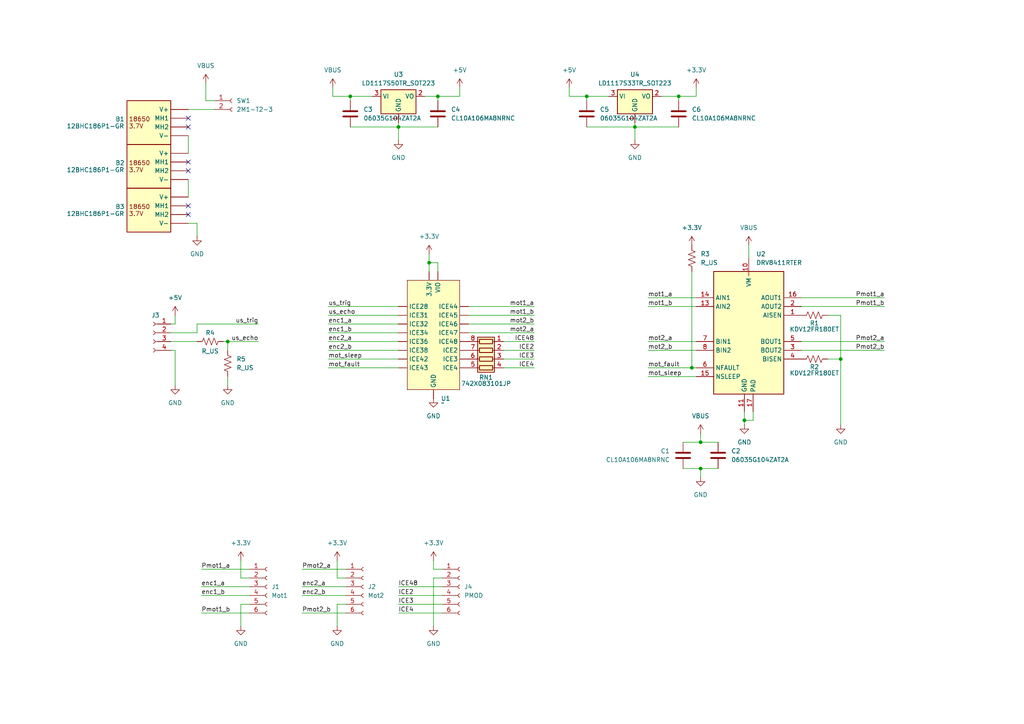
<source format=kicad_sch>
(kicad_sch (version 20250114) (generator "eeschema") (generator_version "9.0")
  (paper "A4")
  (title_block (title "Pice ICE Bot") (company "Fred Corp."))
  (lib_symbols
    (symbol "Batteries:12BHC186P1-GR" (pin_numbers (hide yes))
      (property "Reference" "B" (at -5.588 9.652 0))
      (property "Value" "12BHC186P1-GR" (at -5.588 7.112 0))
      (symbol "12BHC186P1-GR_1_1"
        (rectangle (start -5.08 5.08) (end 7.62 -7.62) (stroke (width 0.254)) (fill (type background)))
        (text "18650\n3.7V" (at 7.112 -1.27 0) (effects (font (size 1.27 1.27)) (justify right)))
        (pin passive line (at -10.16 2.54 0) (length 5.08) (name "V+") (number "1"))
        (pin passive line (at -10.16 0 0) (length 5.08) (name "MH1") (number "MH1"))
        (pin passive line (at -10.16 -2.54 0) (length 5.08) (name "MH2") (number "MH2"))
        (pin passive line (at -10.16 -5.08 0) (length 5.08) (name "V-") (number "2"))
      )
    )
    (symbol "Connector:Conn_01x02_Socket" (pin_names (offset 1.016) (hide yes))
      (property "Reference" "J" (at 0 2.54 0))
      (property "Value" "Conn_01x02_Socket" (at 0 -5.08 0))
      (symbol "Conn_01x02_Socket_1_1"
        (polyline (pts (xy -1.27 0) (xy -0.508 0)) (stroke (width 0.1524)))
        (polyline (pts (xy -1.27 -2.54) (xy -0.508 -2.54)) (stroke (width 0.1524)))
        (arc (start 0 -0.508) (mid -0.5058 0) (end 0 0.508) (stroke (width 0.1524)))
        (arc (start 0 -3.048) (mid -0.5058 -2.54) (end 0 -2.032) (stroke (width 0.1524)))
        (pin passive line (at -5.08 0 0) (length 3.81) (name "Pin_1") (number "1"))
        (pin passive line (at -5.08 -2.54 0) (length 3.81) (name "Pin_2") (number "2"))
      )
    )
    (symbol "Connector:Conn_01x04_Socket" (pin_names (offset 1.016) (hide yes))
      (property "Reference" "J" (at 0 5.08 0))
      (property "Value" "Conn_01x04_Socket" (at 0 -7.62 0))
      (symbol "Conn_01x04_Socket_1_1"
        (polyline (pts (xy -1.27 2.54) (xy -0.508 2.54)) (stroke (width 0.1524)))
        (polyline (pts (xy -1.27 0) (xy -0.508 0)) (stroke (width 0.1524)))
        (polyline (pts (xy -1.27 -2.54) (xy -0.508 -2.54)) (stroke (width 0.1524)))
        (polyline (pts (xy -1.27 -5.08) (xy -0.508 -5.08)) (stroke (width 0.1524)))
        (arc (start 0 2.032) (mid -0.5058 2.54) (end 0 3.048) (stroke (width 0.1524)))
        (arc (start 0 -0.508) (mid -0.5058 0) (end 0 0.508) (stroke (width 0.1524)))
        (arc (start 0 -3.048) (mid -0.5058 -2.54) (end 0 -2.032) (stroke (width 0.1524)))
        (arc (start 0 -5.588) (mid -0.5058 -5.08) (end 0 -4.572) (stroke (width 0.1524)))
        (pin passive line (at -5.08 2.54 0) (length 3.81) (name "Pin_1") (number "1"))
        (pin passive line (at -5.08 0 0) (length 3.81) (name "Pin_2") (number "2"))
        (pin passive line (at -5.08 -2.54 0) (length 3.81) (name "Pin_3") (number "3"))
        (pin passive line (at -5.08 -5.08 0) (length 3.81) (name "Pin_4") (number "4"))
      )
    )
    (symbol "Connector:Conn_01x06_Socket" (pin_names (offset 1.016) (hide yes))
      (property "Reference" "J" (at 0 7.62 0))
      (property "Value" "Conn_01x06_Socket" (at 0 -10.16 0))
      (symbol "Conn_01x06_Socket_1_1"
        (polyline (pts (xy -1.27 5.08) (xy -0.508 5.08)) (stroke (width 0.1524)))
        (polyline (pts (xy -1.27 2.54) (xy -0.508 2.54)) (stroke (width 0.1524)))
        (polyline (pts (xy -1.27 0) (xy -0.508 0)) (stroke (width 0.1524)))
        (polyline (pts (xy -1.27 -2.54) (xy -0.508 -2.54)) (stroke (width 0.1524)))
        (polyline (pts (xy -1.27 -5.08) (xy -0.508 -5.08)) (stroke (width 0.1524)))
        (polyline (pts (xy -1.27 -7.62) (xy -0.508 -7.62)) (stroke (width 0.1524)))
        (arc (start 0 4.572) (mid -0.5058 5.08) (end 0 5.588) (stroke (width 0.1524)))
        (arc (start 0 2.032) (mid -0.5058 2.54) (end 0 3.048) (stroke (width 0.1524)))
        (arc (start 0 -0.508) (mid -0.5058 0) (end 0 0.508) (stroke (width 0.1524)))
        (arc (start 0 -3.048) (mid -0.5058 -2.54) (end 0 -2.032) (stroke (width 0.1524)))
        (arc (start 0 -5.588) (mid -0.5058 -5.08) (end 0 -4.572) (stroke (width 0.1524)))
        (arc (start 0 -8.128) (mid -0.5058 -7.62) (end 0 -7.112) (stroke (width 0.1524)))
        (pin passive line (at -5.08 5.08 0) (length 3.81) (name "Pin_1") (number "1"))
        (pin passive line (at -5.08 2.54 0) (length 3.81) (name "Pin_2") (number "2"))
        (pin passive line (at -5.08 0 0) (length 3.81) (name "Pin_3") (number "3"))
        (pin passive line (at -5.08 -2.54 0) (length 3.81) (name "Pin_4") (number "4"))
        (pin passive line (at -5.08 -5.08 0) (length 3.81) (name "Pin_5") (number "5"))
        (pin passive line (at -5.08 -7.62 0) (length 3.81) (name "Pin_6") (number "6"))
      )
    )
    (symbol "DRV8411:DRV8411RTER"
      (property "Reference" "U" (at 11.43 22.86 0))
      (property "Value" "DRV8411RTER" (at 11.43 20.32 0))
      (symbol "DRV8411RTER_1_1"
        (rectangle (start -10.16 17.78) (end 10.16 -17.78) (stroke (width 0.254)) (fill (type background)))
        (pin passive line (at -15.24 10.16 0) (length 5.08) (name "AIN1") (number "14"))
        (pin passive line (at -15.24 7.62 0) (length 5.08) (name "AIN2") (number "13"))
        (pin passive line (at -15.24 -2.54 0) (length 5.08) (name "BIN1") (number "7"))
        (pin passive line (at -15.24 -5.08 0) (length 5.08) (name "BIN2") (number "8"))
        (pin passive line (at -15.24 -10.16 0) (length 5.08) (name "NFAULT") (number "6"))
        (pin passive line (at -15.24 -12.7 0) (length 5.08) (name "NSLEEP") (number "15"))
        (pin no_connect line (at -15.24 -16.51 0) (length 5.08) (hide yes) (name "NC_1") (number "9"))
        (pin passive line (at -1.27 -22.86 90) (length 5.08) (name "GND") (number "11"))
        (pin passive line (at 0 21.59 270) (length 5.08) (name "VM") (number "10"))
        (pin passive line (at 1.27 -22.86 90) (length 5.08) (name "PAD") (number "17"))
        (pin passive line (at 15.24 10.16 180) (length 5.08) (name "AOUT1") (number "16"))
        (pin passive line (at 15.24 7.62 180) (length 5.08) (name "AOUT2") (number "2"))
        (pin passive line (at 15.24 5.08 180) (length 5.08) (name "AISEN") (number "1"))
        (pin passive line (at 15.24 -2.54 180) (length 5.08) (name "BOUT1") (number "5"))
        (pin passive line (at 15.24 -5.08 180) (length 5.08) (name "BOUT2") (number "3"))
        (pin passive line (at 15.24 -7.62 180) (length 5.08) (name "BISEN") (number "4"))
        (pin no_connect line (at 15.24 -16.51 180) (length 5.08) (hide yes) (name "NC_2") (number "12"))
      )
    )
    (symbol "Device:C" (pin_numbers (hide yes)) (pin_names (offset 0.254))
      (property "Reference" "C" (at 0.635 2.54 0))
      (property "Value" "C" (at 0.635 -2.54 0))
      (symbol "C_0_1"
        (polyline (pts (xy -2.032 0.762) (xy 2.032 0.762)) (stroke (width 0.508)))
        (polyline (pts (xy -2.032 -0.762) (xy 2.032 -0.762)) (stroke (width 0.508)))
      )
      (symbol "C_1_1"
        (pin passive line (at 0 3.81 270) (length 2.794) (name "~") (number "1"))
        (pin passive line (at 0 -3.81 90) (length 2.794) (name "~") (number "2"))
      )
    )
    (symbol "Device:R_Pack04" (pin_names (offset 0) (hide yes))
      (property "Reference" "RN" (at -7.62 0 90))
      (property "Value" "R_Pack04" (at 5.08 0 90))
      (symbol "R_Pack04_0_1"
        (rectangle (start -6.35 -2.413) (end 3.81 2.413) (stroke (width 0.254)) (fill (type background)))
        (rectangle (start -5.715 1.905) (end -4.445 -1.905) (stroke (width 0.254)))
        (polyline (pts (xy -5.08 1.905) (xy -5.08 2.54)))
        (polyline (pts (xy -5.08 -2.54) (xy -5.08 -1.905)))
        (rectangle (start -3.175 1.905) (end -1.905 -1.905) (stroke (width 0.254)))
        (polyline (pts (xy -2.54 1.905) (xy -2.54 2.54)))
        (polyline (pts (xy -2.54 -2.54) (xy -2.54 -1.905)))
        (rectangle (start -0.635 1.905) (end 0.635 -1.905) (stroke (width 0.254)))
        (polyline (pts (xy 0 1.905) (xy 0 2.54)))
        (polyline (pts (xy 0 -2.54) (xy 0 -1.905)))
        (rectangle (start 1.905 1.905) (end 3.175 -1.905) (stroke (width 0.254)))
        (polyline (pts (xy 2.54 1.905) (xy 2.54 2.54)))
        (polyline (pts (xy 2.54 -2.54) (xy 2.54 -1.905)))
      )
      (symbol "R_Pack04_1_1"
        (pin passive line (at -5.08 5.08 270) (length 2.54) (name "R1.2") (number "8"))
        (pin passive line (at -5.08 -5.08 90) (length 2.54) (name "R1.1") (number "1"))
        (pin passive line (at -2.54 5.08 270) (length 2.54) (name "R2.2") (number "7"))
        (pin passive line (at -2.54 -5.08 90) (length 2.54) (name "R2.1") (number "2"))
        (pin passive line (at 0 5.08 270) (length 2.54) (name "R3.2") (number "6"))
        (pin passive line (at 0 -5.08 90) (length 2.54) (name "R3.1") (number "3"))
        (pin passive line (at 2.54 5.08 270) (length 2.54) (name "R4.2") (number "5"))
        (pin passive line (at 2.54 -5.08 90) (length 2.54) (name "R4.1") (number "4"))
      )
    )
    (symbol "Device:R_US" (pin_numbers (hide yes)) (pin_names (offset 0))
      (property "Reference" "R" (at 2.54 0 90))
      (property "Value" "R_US" (at -2.54 0 90))
      (symbol "R_US_0_1"
        (polyline (pts (xy 0 2.286) (xy 0 2.54)))
        (polyline (pts (xy 0 2.286) (xy 1.016 1.905) (xy 0 1.524) (xy -1.016 1.143) (xy 0 0.762)))
        (polyline (pts (xy 0 0.762) (xy 1.016 0.381) (xy 0 0) (xy -1.016 -0.381) (xy 0 -0.762)))
        (polyline (pts (xy 0 -0.762) (xy 1.016 -1.143) (xy 0 -1.524) (xy -1.016 -1.905) (xy 0 -2.286)))
        (polyline (pts (xy 0 -2.286) (xy 0 -2.54)))
      )
      (symbol "R_US_1_1"
        (pin passive line (at 0 3.81 270) (length 1.27) (name "~") (number "1"))
        (pin passive line (at 0 -3.81 90) (length 1.27) (name "~") (number "2"))
      )
    )
    (symbol "Regulator_Linear:LD1117S33TR_SOT223"
      (property "Reference" "U" (at -3.81 3.175 0))
      (property "Value" "LD1117S33TR_SOT223" (at 0 3.175 0))
      (symbol "LD1117S33TR_SOT223_0_1"
        (rectangle (start -5.08 -5.08) (end 5.08 1.905) (stroke (width 0.254)) (fill (type background)))
      )
      (symbol "LD1117S33TR_SOT223_1_1"
        (pin power_in line (at -7.62 0 0) (length 2.54) (name "VI") (number "3"))
        (pin power_in line (at 0 -7.62 90) (length 2.54) (name "GND") (number "1"))
        (pin power_out line (at 7.62 0 180) (length 2.54) (name "VO") (number "2"))
      )
    )
    (symbol "Regulator_Linear:LD1117S50TR_SOT223"
      (property "Reference" "U" (at -3.81 3.175 0))
      (property "Value" "LD1117S50TR_SOT223" (at 0 3.175 0))
      (symbol "LD1117S50TR_SOT223_0_1"
        (rectangle (start -5.08 -5.08) (end 5.08 1.905) (stroke (width 0.254)) (fill (type background)))
      )
      (symbol "LD1117S50TR_SOT223_1_1"
        (pin power_in line (at -7.62 0 0) (length 2.54) (name "VI") (number "3"))
        (pin power_in line (at 0 -7.62 90) (length 2.54) (name "GND") (number "1"))
        (pin power_out line (at 7.62 0 180) (length 2.54) (name "VO") (number "2"))
      )
    )
    (symbol "pico_ice_pmod:Dual_FPGA_PMOD" (pin_numbers (hide yes))
      (property "Reference" "U" (at 6.096 17.78 0))
      (symbol "Dual_FPGA_PMOD_1_0"
        (pin bidirectional line (at -10.16 8.89 0) (length 2.54) (name "ICE28") (number "5"))
        (pin bidirectional line (at -10.16 6.35 0) (length 2.54) (name "ICE31") (number "6"))
        (pin bidirectional line (at -10.16 3.81 0) (length 2.54) (name "ICE32") (number "7"))
        (pin bidirectional line (at -10.16 1.27 0) (length 2.54) (name "ICE34") (number "8"))
        (pin bidirectional line (at -10.16 -1.27 0) (length 2.54) (name "ICE36") (number "9"))
        (pin bidirectional line (at -10.16 -3.81 0) (length 2.54) (name "ICE38") (number "10"))
        (pin bidirectional line (at -10.16 -6.35 0) (length 2.54) (name "ICE42") (number "11"))
        (pin bidirectional line (at -10.16 -8.89 0) (length 2.54) (name "ICE43") (number "12"))
        (pin input line (at 0 -17.78 90) (length 2.54) (hide yes) (name "GND") (number "16"))
        (pin bidirectional line (at 10.16 8.89 180) (length 2.54) (name "ICE44") (number "17"))
        (pin bidirectional line (at 10.16 6.35 180) (length 2.54) (name "ICE45") (number "18"))
        (pin bidirectional line (at 10.16 3.81 180) (length 2.54) (name "ICE46") (number "19"))
        (pin bidirectional line (at 10.16 1.27 180) (length 2.54) (name "ICE47") (number "20"))
        (pin bidirectional line (at 10.16 -1.27 180) (length 2.54) (name "ICE48") (number "21"))
        (pin bidirectional line (at 10.16 -3.81 180) (length 2.54) (name "ICE2") (number "22"))
        (pin bidirectional line (at 10.16 -6.35 180) (length 2.54) (name "ICE3") (number "23"))
        (pin bidirectional line (at 10.16 -8.89 180) (length 2.54) (name "ICE4") (number "24"))
      )
      (symbol "Dual_FPGA_PMOD_1_1"
        (rectangle (start -7.62 16.51) (end 7.62 -15.24) (fill (type background)))
        (pin input line (at -1.27 19.05 270) (length 2.54) (name "3.3V") (number "1"))
        (pin input line (at -1.27 19.05 270) (length 2.54) (hide yes) (name "3.3V") (number "2"))
        (pin input line (at 0 -17.78 90) (length 2.54) (hide yes) (name "GND") (number "15"))
        (pin input line (at 0 -17.78 90) (length 2.54) (name "GND") (number "3"))
        (pin input line (at 0 -17.78 90) (length 2.54) (hide yes) (name "GND") (number "4"))
        (pin input line (at 1.27 19.05 270) (length 2.54) (name "VIO") (number "13"))
        (pin input line (at 1.27 19.05 270) (length 2.54) (hide yes) (name "VIO") (number "14"))
      )
    )
    (symbol "power:+3.3V" (power) (pin_numbers (hide yes)) (pin_names (offset 0) (hide yes))
      (property "Value" "+3.3V" (at 0 3.556 0))
      (symbol "+3.3V_0_1"
        (polyline (pts (xy -0.762 1.27) (xy 0 2.54)))
        (polyline (pts (xy 0 2.54) (xy 0.762 1.27)))
        (polyline (pts (xy 0 0) (xy 0 2.54)))
      )
      (symbol "+3.3V_1_1"
        (pin power_in line (at 0 0 90) (length 0) (name "~") (number "1"))
      )
    )
    (symbol "power:+5V" (power) (pin_numbers (hide yes)) (pin_names (offset 0) (hide yes))
      (property "Value" "+5V" (at 0 3.556 0))
      (symbol "+5V_0_1"
        (polyline (pts (xy -0.762 1.27) (xy 0 2.54)))
        (polyline (pts (xy 0 2.54) (xy 0.762 1.27)))
        (polyline (pts (xy 0 0) (xy 0 2.54)))
      )
      (symbol "+5V_1_1"
        (pin power_in line (at 0 0 90) (length 0) (name "~") (number "1"))
      )
    )
    (symbol "power:GND" (power) (pin_numbers (hide yes)) (pin_names (offset 0) (hide yes))
      (property "Value" "GND" (at 0 -3.81 0))
      (symbol "GND_0_1"
        (polyline (pts (xy 0 0) (xy 0 -1.27) (xy 1.27 -1.27) (xy 0 -2.54) (xy -1.27 -1.27) (xy 0 -1.27)))
      )
      (symbol "GND_1_1"
        (pin power_in line (at 0 0 270) (length 0) (name "~") (number "1"))
      )
    )
    (symbol "power:VBUS" (power) (pin_numbers (hide yes)) (pin_names (offset 0) (hide yes))
      (property "Value" "VBUS" (at 0 3.556 0))
      (symbol "VBUS_0_1"
        (polyline (pts (xy -0.762 1.27) (xy 0 2.54)))
        (polyline (pts (xy 0 2.54) (xy 0.762 1.27)))
        (polyline (pts (xy 0 0) (xy 0 2.54)))
      )
      (symbol "VBUS_1_1"
        (pin power_in line (at 0 0 90) (length 0) (name "~") (number "1"))
      )
    )
  )
  (junction (at 101.6 27.94))
  (junction (at 203.2 128.27))
  (junction (at 215.9 121.92))
  (junction (at 196.85 27.94))
  (junction (at 127 27.94))
  (junction (at 243.84 104.14))
  (junction (at 66.04 99.06))
  (junction (at 170.18 27.94))
  (junction (at 115.57 36.83))
  (junction (at 200.66 106.68))
  (junction (at 124.46 76.2))
  (junction (at 203.2 135.89))
  (junction (at 184.15 36.83))
  (no_connect (at 54.61 49.53))
  (no_connect (at 54.61 36.83))
  (no_connect (at 54.61 46.99))
  (no_connect (at 54.61 34.29))
  (no_connect (at 54.61 62.23))
  (no_connect (at 54.61 59.69))
  (wire (pts (xy 184.15 36.83) (xy 196.85 36.83)))
  (wire (pts (xy 128.27 172.72) (xy 115.57 172.72)))
  (wire (pts (xy 127 78.74) (xy 127 76.2)))
  (wire (pts (xy 50.8 101.6) (xy 50.8 111.76)))
  (wire (pts (xy 97.79 162.56) (xy 97.79 167.64)))
  (wire (pts (xy 135.89 88.9) (xy 154.94 88.9)))
  (wire (pts (xy 101.6 36.83) (xy 115.57 36.83)))
  (wire (pts (xy 128.27 175.26) (xy 115.57 175.26)))
  (wire (pts (xy 135.89 96.52) (xy 154.94 96.52)))
  (wire (pts (xy 232.41 101.6) (xy 256.54 101.6)))
  (wire (pts (xy 58.42 170.18) (xy 72.39 170.18)))
  (wire (pts (xy 187.96 88.9) (xy 201.93 88.9)))
  (wire (pts (xy 100.33 177.8) (xy 87.63 177.8)))
  (wire (pts (xy 133.35 25.4) (xy 133.35 27.94)))
  (wire (pts (xy 170.18 36.83) (xy 184.15 36.83)))
  (wire (pts (xy 187.96 86.36) (xy 201.93 86.36)))
  (wire (pts (xy 187.96 101.6) (xy 201.93 101.6)))
  (wire (pts (xy 95.25 91.44) (xy 115.57 91.44)))
  (wire (pts (xy 54.61 64.77) (xy 57.15 64.77)))
  (wire (pts (xy 170.18 29.21) (xy 170.18 27.94)))
  (wire (pts (xy 115.57 35.56) (xy 115.57 36.83)))
  (wire (pts (xy 100.33 165.1) (xy 87.63 165.1)))
  (wire (pts (xy 243.84 104.14) (xy 243.84 123.19)))
  (wire (pts (xy 59.69 29.21) (xy 62.23 29.21)))
  (wire (pts (xy 101.6 27.94) (xy 107.95 27.94)))
  (wire (pts (xy 72.39 165.1) (xy 58.42 165.1)))
  (wire (pts (xy 127 76.2) (xy 124.46 76.2)))
  (wire (pts (xy 101.6 29.21) (xy 101.6 27.94)))
  (wire (pts (xy 198.12 128.27) (xy 203.2 128.27)))
  (wire (pts (xy 243.84 91.44) (xy 243.84 104.14)))
  (wire (pts (xy 128.27 177.8) (xy 115.57 177.8)))
  (wire (pts (xy 59.69 24.13) (xy 59.69 29.21)))
  (wire (pts (xy 146.05 106.68) (xy 154.94 106.68)))
  (wire (pts (xy 215.9 121.92) (xy 215.9 119.38)))
  (wire (pts (xy 54.61 39.37) (xy 54.61 44.45)))
  (wire (pts (xy 95.25 106.68) (xy 115.57 106.68)))
  (wire (pts (xy 95.25 99.06) (xy 115.57 99.06)))
  (wire (pts (xy 50.8 91.44) (xy 50.8 93.98)))
  (wire (pts (xy 69.85 162.56) (xy 69.85 167.64)))
  (wire (pts (xy 184.15 35.56) (xy 184.15 36.83)))
  (wire (pts (xy 72.39 177.8) (xy 58.42 177.8)))
  (wire (pts (xy 203.2 135.89) (xy 203.2 138.43)))
  (wire (pts (xy 232.41 88.9) (xy 256.54 88.9)))
  (wire (pts (xy 217.17 71.12) (xy 217.17 74.93)))
  (wire (pts (xy 49.53 99.06) (xy 57.15 99.06)))
  (wire (pts (xy 58.42 172.72) (xy 72.39 172.72)))
  (wire (pts (xy 66.04 109.22) (xy 66.04 111.76)))
  (wire (pts (xy 87.63 172.72) (xy 100.33 172.72)))
  (wire (pts (xy 128.27 165.1) (xy 125.73 165.1)))
  (wire (pts (xy 87.63 170.18) (xy 100.33 170.18)))
  (wire (pts (xy 124.46 76.2) (xy 124.46 78.74)))
  (wire (pts (xy 146.05 99.06) (xy 154.94 99.06)))
  (wire (pts (xy 165.1 27.94) (xy 170.18 27.94)))
  (wire (pts (xy 135.89 91.44) (xy 154.94 91.44)))
  (wire (pts (xy 125.73 167.64) (xy 125.73 181.61)))
  (wire (pts (xy 200.66 106.68) (xy 201.93 106.68)))
  (wire (pts (xy 170.18 27.94) (xy 176.53 27.94)))
  (wire (pts (xy 125.73 165.1) (xy 125.73 162.56)))
  (wire (pts (xy 124.46 73.66) (xy 124.46 76.2)))
  (wire (pts (xy 198.12 135.89) (xy 203.2 135.89)))
  (wire (pts (xy 54.61 52.07) (xy 54.61 57.15)))
  (wire (pts (xy 128.27 170.18) (xy 115.57 170.18)))
  (wire (pts (xy 232.41 86.36) (xy 256.54 86.36)))
  (wire (pts (xy 57.15 93.98) (xy 57.15 96.52)))
  (wire (pts (xy 54.61 31.75) (xy 62.23 31.75)))
  (wire (pts (xy 191.77 27.94) (xy 196.85 27.94)))
  (wire (pts (xy 128.27 167.64) (xy 125.73 167.64)))
  (wire (pts (xy 95.25 101.6) (xy 115.57 101.6)))
  (wire (pts (xy 187.96 109.22) (xy 201.93 109.22)))
  (wire (pts (xy 218.44 121.92) (xy 215.9 121.92)))
  (wire (pts (xy 196.85 27.94) (xy 196.85 29.21)))
  (wire (pts (xy 64.77 99.06) (xy 66.04 99.06)))
  (wire (pts (xy 97.79 175.26) (xy 97.79 181.61)))
  (wire (pts (xy 203.2 135.89) (xy 208.28 135.89)))
  (wire (pts (xy 96.52 27.94) (xy 101.6 27.94)))
  (wire (pts (xy 95.25 104.14) (xy 115.57 104.14)))
  (wire (pts (xy 96.52 25.4) (xy 96.52 27.94)))
  (wire (pts (xy 95.25 93.98) (xy 115.57 93.98)))
  (wire (pts (xy 95.25 88.9) (xy 115.57 88.9)))
  (wire (pts (xy 203.2 125.73) (xy 203.2 128.27)))
  (wire (pts (xy 240.03 104.14) (xy 243.84 104.14)))
  (wire (pts (xy 135.89 93.98) (xy 154.94 93.98)))
  (wire (pts (xy 203.2 128.27) (xy 208.28 128.27)))
  (wire (pts (xy 240.03 91.44) (xy 243.84 91.44)))
  (wire (pts (xy 57.15 93.98) (xy 74.93 93.98)))
  (wire (pts (xy 57.15 96.52) (xy 49.53 96.52)))
  (wire (pts (xy 218.44 119.38) (xy 218.44 121.92)))
  (wire (pts (xy 232.41 99.06) (xy 256.54 99.06)))
  (wire (pts (xy 201.93 25.4) (xy 201.93 27.94)))
  (wire (pts (xy 201.93 27.94) (xy 196.85 27.94)))
  (wire (pts (xy 69.85 175.26) (xy 69.85 181.61)))
  (wire (pts (xy 66.04 99.06) (xy 74.93 99.06)))
  (wire (pts (xy 184.15 36.83) (xy 184.15 40.64)))
  (wire (pts (xy 146.05 104.14) (xy 154.94 104.14)))
  (wire (pts (xy 146.05 101.6) (xy 154.94 101.6)))
  (wire (pts (xy 115.57 36.83) (xy 115.57 40.64)))
  (wire (pts (xy 57.15 64.77) (xy 57.15 68.58)))
  (wire (pts (xy 66.04 99.06) (xy 66.04 101.6)))
  (wire (pts (xy 97.79 167.64) (xy 100.33 167.64)))
  (wire (pts (xy 115.57 36.83) (xy 127 36.83)))
  (wire (pts (xy 187.96 106.68) (xy 200.66 106.68)))
  (wire (pts (xy 187.96 99.06) (xy 201.93 99.06)))
  (wire (pts (xy 165.1 25.4) (xy 165.1 27.94)))
  (wire (pts (xy 127 27.94) (xy 127 29.21)))
  (wire (pts (xy 72.39 175.26) (xy 69.85 175.26)))
  (wire (pts (xy 123.19 27.94) (xy 127 27.94)))
  (wire (pts (xy 215.9 123.19) (xy 215.9 121.92)))
  (wire (pts (xy 49.53 101.6) (xy 50.8 101.6)))
  (wire (pts (xy 133.35 27.94) (xy 127 27.94)))
  (wire (pts (xy 200.66 78.74) (xy 200.66 106.68)))
  (wire (pts (xy 95.25 96.52) (xy 115.57 96.52)))
  (wire (pts (xy 69.85 167.64) (xy 72.39 167.64)))
  (wire (pts (xy 100.33 175.26) (xy 97.79 175.26)))
  (wire (pts (xy 49.53 93.98) (xy 50.8 93.98)))
  (label "us_echo" (at 95.25 91.44 0))
  (label "mot2_a" (at 154.94 96.52 180))
  (label "ICE48" (at 115.57 170.18 0))
  (label "ICE3" (at 154.94 104.14 180))
  (label "Pmot1_b" (at 256.54 88.9 180))
  (label "enc1_a" (at 95.25 93.98 0))
  (label "Pmot2_a" (at 87.63 165.1 0))
  (label "mot1_a" (at 154.94 88.9 180))
  (label "us_trig" (at 95.25 88.9 0))
  (label "us_trig" (at 74.93 93.98 180))
  (label "mot2_b" (at 187.96 101.6 0))
  (label "mot_fault" (at 187.96 106.68 0))
  (label "us_echo" (at 74.93 99.06 180))
  (label "enc1_b" (at 58.42 172.72 0))
  (label "mot1_a" (at 187.96 86.36 0))
  (label "mot2_b" (at 154.94 93.98 180))
  (label "enc2_b" (at 95.25 101.6 0))
  (label "Pmot1_a" (at 58.42 165.1 0))
  (label "ICE2" (at 115.57 172.72 0))
  (label "Pmot1_b" (at 58.42 177.8 0))
  (label "enc1_b" (at 95.25 96.52 0))
  (label "enc2_a" (at 87.63 170.18 0))
  (label "Pmot2_b" (at 87.63 177.8 0))
  (label "ICE4" (at 115.57 177.8 0))
  (label "enc2_a" (at 95.25 99.06 0))
  (label "ICE3" (at 115.57 175.26 0))
  (label "enc2_b" (at 87.63 172.72 0))
  (label "mot2_a" (at 187.96 99.06 0))
  (label "ICE48" (at 154.94 99.06 180))
  (label "mot_sleep" (at 95.25 104.14 0))
  (label "enc1_a" (at 58.42 170.18 0))
  (label "Pmot1_a" (at 256.54 86.36 180))
  (label "mot_sleep" (at 187.96 109.22 0))
  (label "mot_fault" (at 95.25 106.68 0))
  (label "mot1_b" (at 187.96 88.9 0))
  (label "ICE4" (at 154.94 106.68 180))
  (label "ICE2" (at 154.94 101.6 180))
  (label "Pmot2_b" (at 256.54 101.6 180))
  (label "mot1_b" (at 154.94 91.44 180))
  (label "Pmot2_a" (at 256.54 99.06 180))
  (symbol (lib_id "Device:C") (at 198.12 132.08 0) (mirror y) (unit 1)
    (property "Reference" "C1" (at 194.31 130.8099 0) (effects (justify left)))
    (property "Value" "CL10A106MA8NRNC" (at 194.31 133.3499 0) (effects (justify left)))
    (property "Footprint" "Capacitor_SMD:C_0603_1608Metric_Pad1.08x0.95mm_HandSolder" (effects (hide yes)))
    (property "Description" "Unpolarized capacitor" (effects (hide yes)))
  )
  (symbol (lib_id "Device:R_US") (at 236.22 91.44 90) (unit 1)
    (property "Reference" "R1" (at 236.22 93.726 90))
    (property "Value" "KDV12FR180ET" (at 236.22 95.504 90))
    (property "Footprint" "Resistor_SMD:R_1206_3216Metric_Pad1.30x1.75mm_HandSolder" (effects (hide yes)))
    (property "Description" "Resistor, US symbol" (effects (hide yes)))
  )
  (symbol (lib_id "power:+5V") (at 50.8 91.44 0) (unit 1)
    (property "Reference" "#PWR04" (effects (hide yes)))
    (property "Value" "+5V" (at 50.8 86.36 0))
    (property "Description" "Power symbol creates a global label with name \"+5V\"" (effects (hide yes)))
  )
  (symbol (lib_id "Device:C") (at 127 33.02 0) (unit 1)
    (property "Reference" "C4" (at 130.81 31.7499 0) (effects (justify left)))
    (property "Value" "CL10A106MA8NRNC" (at 130.81 34.2899 0) (effects (justify left)))
    (property "Footprint" "Capacitor_SMD:C_0603_1608Metric_Pad1.08x0.95mm_HandSolder" (effects (hide yes)))
    (property "Description" "Unpolarized capacitor" (effects (hide yes)))
  )
  (symbol (lib_id "Batteries:12BHC186P1-GR") (at 44.45 34.29 0) (mirror y) (unit 1)
    (property "Reference" "B1" (at 34.798 34.544 0))
    (property "Value" "12BHC186P1-GR" (at 27.686 36.576 0))
    (property "Footprint" "Batteries:12BHC186P1GR" (effects (hide yes)))
    (property "Datasheet" "https://www.mouser.co.il/datasheet/2/209/EaglePlastics_EPD_201001-1902272.pdf" (effects (hide yes)))
    (property "Description" "1 \"18650\" Battery Holder" (effects (hide yes)))
    (property "Height" "20.5" (effects (hide yes)))
    (property "Mouser Part Number" "12BHC186P1-GR" (effects (hide yes)))
    (property "Mouser Price/Stock" "https://www.mouser.co.uk/ProductDetail/Eagle-Plastic-Devices/12BHC186P1-GR?qs=yqaQSyyJnNiNkNtwVjdKJQ%3D%3D" (effects (hide yes)))
    (property "Manufacturer_Name" "Eagle Plastic Devices" (effects (hide yes)))
    (property "Manufacturer_Part_Number" "12BHC186P1-GR" (effects (hide yes)))
  )
  (symbol (lib_id "power:GND") (at 203.2 138.43 0) (unit 1)
    (property "Reference" "#PWR025" (effects (hide yes)))
    (property "Value" "GND" (at 203.2 143.51 0))
    (property "Description" "Power symbol creates a global label with name \"GND\" , ground" (effects (hide yes)))
  )
  (symbol (lib_id "power:+3.3V") (at 97.79 162.56 0) (unit 1)
    (property "Reference" "#PWR011" (effects (hide yes)))
    (property "Value" "+3.3V" (at 97.79 157.48 0))
    (property "Description" "Power symbol creates a global label with name \"+3.3V\"" (effects (hide yes)))
  )
  (symbol (lib_id "power:GND") (at 215.9 123.19 0) (unit 1)
    (property "Reference" "#PWR06" (effects (hide yes)))
    (property "Value" "GND" (at 215.9 128.27 0))
    (property "Description" "Power symbol creates a global label with name \"GND\" , ground" (effects (hide yes)))
  )
  (symbol (lib_id "power:+3.3V") (at 125.73 162.56 0) (unit 1)
    (property "Reference" "#PWR014" (effects (hide yes)))
    (property "Value" "+3.3V" (at 125.73 157.48 0))
    (property "Description" "Power symbol creates a global label with name \"+3.3V\"" (effects (hide yes)))
  )
  (symbol (lib_id "Batteries:12BHC186P1-GR") (at 44.45 59.69 0) (mirror y) (unit 1)
    (property "Reference" "B3" (at 34.798 59.944 0))
    (property "Value" "12BHC186P1-GR" (at 27.686 61.976 0))
    (property "Footprint" "Batteries:12BHC186P1GR" (effects (hide yes)))
    (property "Datasheet" "https://www.mouser.co.il/datasheet/2/209/EaglePlastics_EPD_201001-1902272.pdf" (effects (hide yes)))
    (property "Description" "1 \"18650\" Battery Holder" (effects (hide yes)))
    (property "Height" "20.5" (effects (hide yes)))
    (property "Mouser Part Number" "12BHC186P1-GR" (effects (hide yes)))
    (property "Mouser Price/Stock" "https://www.mouser.co.uk/ProductDetail/Eagle-Plastic-Devices/12BHC186P1-GR?qs=yqaQSyyJnNiNkNtwVjdKJQ%3D%3D" (effects (hide yes)))
    (property "Manufacturer_Name" "Eagle Plastic Devices" (effects (hide yes)))
    (property "Manufacturer_Part_Number" "12BHC186P1-GR" (effects (hide yes)))
  )
  (symbol (lib_id "Device:C") (at 208.28 132.08 0) (unit 1)
    (property "Reference" "C2" (at 212.09 130.8099 0) (effects (justify left)))
    (property "Value" "06035G104ZAT2A" (at 212.09 133.3499 0) (effects (justify left)))
    (property "Footprint" "Capacitor_SMD:C_0603_1608Metric_Pad1.08x0.95mm_HandSolder" (effects (hide yes)))
    (property "Description" "Unpolarized capacitor" (effects (hide yes)))
  )
  (symbol (lib_id "power:+3.3V") (at 201.93 25.4 0) (unit 1)
    (property "Reference" "#PWR018" (effects (hide yes)))
    (property "Value" "+3.3V" (at 201.93 20.32 0))
    (property "Description" "Power symbol creates a global label with name \"+3.3V\"" (effects (hide yes)))
  )
  (symbol (lib_id "power:+5V") (at 133.35 25.4 0) (unit 1)
    (property "Reference" "#PWR020" (effects (hide yes)))
    (property "Value" "+5V" (at 133.35 20.32 0))
    (property "Description" "Power symbol creates a global label with name \"+5V\"" (effects (hide yes)))
  )
  (symbol (lib_id "power:GND") (at 184.15 40.64 0) (unit 1)
    (property "Reference" "#PWR023" (effects (hide yes)))
    (property "Value" "GND" (at 184.15 45.72 0))
    (property "Description" "Power symbol creates a global label with name \"GND\" , ground" (effects (hide yes)))
  )
  (symbol (lib_id "power:VBUS") (at 59.69 24.13 0) (unit 1)
    (property "Reference" "#PWR017" (effects (hide yes)))
    (property "Value" "VBUS" (at 59.69 19.05 0))
    (property "Description" "Power symbol creates a global label with name \"VBUS\"" (effects (hide yes)))
  )
  (symbol (lib_id "Device:R_US") (at 60.96 99.06 90) (unit 1)
    (property "Reference" "R4" (at 60.96 96.52 90))
    (property "Value" "R_US" (at 60.96 101.854 90))
    (property "Footprint" "Resistor_SMD:R_0603_1608Metric_Pad0.98x0.95mm_HandSolder" (effects (hide yes)))
    (property "Description" "Resistor, US symbol" (effects (hide yes)))
  )
  (symbol (lib_id "power:VBUS") (at 217.17 71.12 0) (unit 1)
    (property "Reference" "#PWR07" (effects (hide yes)))
    (property "Value" "VBUS" (at 217.17 66.04 0))
    (property "Description" "Power symbol creates a global label with name \"VBUS\"" (effects (hide yes)))
  )
  (symbol (lib_id "Device:R_Pack04") (at 140.97 104.14 90) (mirror x) (unit 1)
    (property "Reference" "RN1" (at 140.97 109.474 90))
    (property "Value" "742X083101JP" (at 140.97 111.252 90))
    (property "Footprint" "Resistor_SMD:R_Array_Concave_4x0603" (effects (hide yes)))
    (property "Description" "4 resistor network, parallel topology" (effects (hide yes)))
  )
  (symbol (lib_id "Connector:Conn_01x06_Socket") (at 133.35 170.18 0) (unit 1)
    (property "Reference" "J4" (at 134.62 170.1799 0) (effects (justify left)))
    (property "Value" "PMOD" (at 134.62 172.7199 0) (effects (justify left)))
    (property "Footprint" "Connector_PinSocket_2.54mm:PinSocket_1x06_P2.54mm_Vertical" (effects (hide yes)))
    (property "Description" "Generic connector, single row, 01x06, script generated" (effects (hide yes)))
  )
  (symbol (lib_id "Regulator_Linear:LD1117S50TR_SOT223") (at 115.57 27.94 0) (unit 1)
    (property "Reference" "U3" (at 115.57 21.59 0))
    (property "Value" "LD1117S50TR_SOT223" (at 115.57 24.13 0))
    (property "Footprint" "Package_TO_SOT_SMD:SOT-223-3_TabPin2" (effects (hide yes)))
    (property "Datasheet" "http://www.st.com/st-web-ui/static/active/en/resource/technical/document/datasheet/CD00000544.pdf" (effects (hide yes)))
    (property "Description" "800mA Fixed Low Drop Positive Voltage Regulator, Fixed Output 5.0V, SOT-223" (effects (hide yes)))
  )
  (symbol (lib_id "power:GND") (at 125.73 115.57 0) (unit 1)
    (property "Reference" "#PWR01" (effects (hide yes)))
    (property "Value" "GND" (at 125.73 120.65 0))
    (property "Description" "Power symbol creates a global label with name \"GND\" , ground" (effects (hide yes)))
  )
  (symbol (lib_id "Batteries:12BHC186P1-GR") (at 44.45 46.99 0) (mirror y) (unit 1)
    (property "Reference" "B2" (at 34.798 47.244 0))
    (property "Value" "12BHC186P1-GR" (at 27.686 49.276 0))
    (property "Footprint" "Batteries:12BHC186P1GR" (effects (hide yes)))
    (property "Datasheet" "https://www.mouser.co.il/datasheet/2/209/EaglePlastics_EPD_201001-1902272.pdf" (effects (hide yes)))
    (property "Description" "1 \"18650\" Battery Holder" (effects (hide yes)))
    (property "Height" "20.5" (effects (hide yes)))
    (property "Mouser Part Number" "12BHC186P1-GR" (effects (hide yes)))
    (property "Mouser Price/Stock" "https://www.mouser.co.uk/ProductDetail/Eagle-Plastic-Devices/12BHC186P1-GR?qs=yqaQSyyJnNiNkNtwVjdKJQ%3D%3D" (effects (hide yes)))
    (property "Manufacturer_Name" "Eagle Plastic Devices" (effects (hide yes)))
    (property "Manufacturer_Part_Number" "12BHC186P1-GR" (effects (hide yes)))
  )
  (symbol (lib_id "Device:C") (at 196.85 33.02 0) (unit 1)
    (property "Reference" "C6" (at 200.66 31.7499 0) (effects (justify left)))
    (property "Value" "CL10A106MA8NRNC" (at 200.66 34.2899 0) (effects (justify left)))
    (property "Footprint" "Capacitor_SMD:C_0603_1608Metric_Pad1.08x0.95mm_HandSolder" (effects (hide yes)))
    (property "Description" "Unpolarized capacitor" (effects (hide yes)))
  )
  (symbol (lib_id "Device:R_US") (at 200.66 74.93 0) (unit 1)
    (property "Reference" "R3" (at 203.2 73.6599 0) (effects (justify left)))
    (property "Value" "R_US" (at 203.2 76.1999 0) (effects (justify left)))
    (property "Footprint" "Resistor_SMD:R_0603_1608Metric_Pad0.98x0.95mm_HandSolder" (effects (hide yes)))
    (property "Description" "Resistor, US symbol" (effects (hide yes)))
  )
  (symbol (lib_id "Device:C") (at 170.18 33.02 0) (unit 1)
    (property "Reference" "C5" (at 173.99 31.7499 0) (effects (justify left)))
    (property "Value" "06035G104ZAT2A" (at 173.99 34.2899 0) (effects (justify left)))
    (property "Footprint" "Capacitor_SMD:C_0603_1608Metric_Pad1.08x0.95mm_HandSolder" (effects (hide yes)))
    (property "Description" "Unpolarized capacitor" (effects (hide yes)))
  )
  (symbol (lib_id "power:GND") (at 243.84 123.19 0) (unit 1)
    (property "Reference" "#PWR05" (effects (hide yes)))
    (property "Value" "GND" (at 243.84 128.27 0))
    (property "Description" "Power symbol creates a global label with name \"GND\" , ground" (effects (hide yes)))
  )
  (symbol (lib_id "power:GND") (at 97.79 181.61 0) (unit 1)
    (property "Reference" "#PWR012" (effects (hide yes)))
    (property "Value" "GND" (at 97.79 186.69 0))
    (property "Description" "Power symbol creates a global label with name \"GND\" , ground" (effects (hide yes)))
  )
  (symbol (lib_id "Connector:Conn_01x06_Socket") (at 77.47 170.18 0) (unit 1)
    (property "Reference" "J1" (at 78.74 170.1799 0) (effects (justify left)))
    (property "Value" "Mot1" (at 78.74 172.7199 0) (effects (justify left)))
    (property "Footprint" "Connector_PinSocket_2.54mm:PinSocket_1x06_P2.54mm_Vertical" (effects (hide yes)))
    (property "Description" "Generic connector, single row, 01x06, script generated" (effects (hide yes)))
  )
  (symbol (lib_id "power:VBUS") (at 96.52 25.4 0) (unit 1)
    (property "Reference" "#PWR021" (effects (hide yes)))
    (property "Value" "VBUS" (at 96.52 20.32 0))
    (property "Description" "Power symbol creates a global label with name \"VBUS\"" (effects (hide yes)))
  )
  (symbol (lib_id "power:GND") (at 69.85 181.61 0) (unit 1)
    (property "Reference" "#PWR010" (effects (hide yes)))
    (property "Value" "GND" (at 69.85 186.69 0))
    (property "Description" "Power symbol creates a global label with name \"GND\" , ground" (effects (hide yes)))
  )
  (symbol (lib_id "power:GND") (at 125.73 181.61 0) (unit 1)
    (property "Reference" "#PWR015" (effects (hide yes)))
    (property "Value" "GND" (at 125.73 186.69 0))
    (property "Description" "Power symbol creates a global label with name \"GND\" , ground" (effects (hide yes)))
  )
  (symbol (lib_id "power:+5V") (at 165.1 25.4 0) (unit 1)
    (property "Reference" "#PWR019" (effects (hide yes)))
    (property "Value" "+5V" (at 165.1 20.32 0))
    (property "Description" "Power symbol creates a global label with name \"+5V\"" (effects (hide yes)))
  )
  (symbol (lib_id "power:+3.3V") (at 124.46 73.66 0) (unit 1)
    (property "Reference" "#PWR02" (effects (hide yes)))
    (property "Value" "+3.3V" (at 124.46 68.58 0))
    (property "Description" "Power symbol creates a global label with name \"+3.3V\"" (effects (hide yes)))
  )
  (symbol (lib_id "Device:C") (at 101.6 33.02 0) (unit 1)
    (property "Reference" "C3" (at 105.41 31.7499 0) (effects (justify left)))
    (property "Value" "06035G104ZAT2A" (at 105.41 34.2899 0) (effects (justify left)))
    (property "Footprint" "Capacitor_SMD:C_0603_1608Metric_Pad1.08x0.95mm_HandSolder" (effects (hide yes)))
    (property "Description" "Unpolarized capacitor" (effects (hide yes)))
  )
  (symbol (lib_id "power:+3.3V") (at 200.66 71.12 0) (unit 1)
    (property "Reference" "#PWR013" (effects (hide yes)))
    (property "Value" "+3.3V" (at 200.66 66.04 0))
    (property "Description" "Power symbol creates a global label with name \"+3.3V\"" (effects (hide yes)))
  )
  (symbol (lib_id "Regulator_Linear:LD1117S33TR_SOT223") (at 184.15 27.94 0) (unit 1)
    (property "Reference" "U4" (at 184.15 21.59 0))
    (property "Value" "LD1117S33TR_SOT223" (at 184.15 24.13 0))
    (property "Footprint" "Package_TO_SOT_SMD:SOT-223-3_TabPin2" (effects (hide yes)))
    (property "Datasheet" "http://www.st.com/st-web-ui/static/active/en/resource/technical/document/datasheet/CD00000544.pdf" (effects (hide yes)))
    (property "Description" "800mA Fixed Low Drop Positive Voltage Regulator, Fixed Output 3.3V, SOT-223" (effects (hide yes)))
  )
  (symbol (lib_id "power:+3.3V") (at 69.85 162.56 0) (unit 1)
    (property "Reference" "#PWR09" (effects (hide yes)))
    (property "Value" "+3.3V" (at 69.85 157.48 0))
    (property "Description" "Power symbol creates a global label with name \"+3.3V\"" (effects (hide yes)))
  )
  (symbol (lib_id "Connector:Conn_01x06_Socket") (at 105.41 170.18 0) (unit 1)
    (property "Reference" "J2" (at 106.68 170.1799 0) (effects (justify left)))
    (property "Value" "Mot2" (at 106.68 172.7199 0) (effects (justify left)))
    (property "Footprint" "Connector_PinSocket_2.54mm:PinSocket_1x06_P2.54mm_Vertical" (effects (hide yes)))
    (property "Description" "Generic connector, single row, 01x06, script generated" (effects (hide yes)))
  )
  (symbol (lib_id "DRV8411:DRV8411RTER") (at 217.17 96.52 0) (unit 1)
    (property "Reference" "U2" (at 219.3133 73.66 0) (effects (justify left)))
    (property "Value" "DRV8411RTER" (at 219.3133 76.2 0) (effects (justify left)))
    (property "Footprint" "DRV8411:QFN50P300X300X80-17N-D" (effects (hide yes)))
    (property "Datasheet" "https://www.ti.com/lit/ds/symlink/drv8411.pdf?ts=1669086964917&ref_url=https%253A%252F%252Fwww.ti.com%252Fproduct%252FDRV8411" (effects (hide yes)))
    (property "Description" "Dual H-bridge motor driver with current regulation" (effects (hide yes)))
    (property "Height" "0.8" (effects (hide yes)))
    (property "Mouser Part Number" "595-DRV8411RTER" (effects (hide yes)))
    (property "Mouser Price/Stock" "https://www.mouser.co.uk/ProductDetail/Texas-Instruments/DRV8411RTER?qs=Y0Uzf4wQF3l%2F0rMZ4jyBhg%3D%3D" (effects (hide yes)))
    (property "Manufacturer_Name" "Texas Instruments" (effects (hide yes)))
    (property "Manufacturer_Part_Number" "DRV8411RTER" (effects (hide yes)))
  )
  (symbol (lib_id "power:GND") (at 115.57 40.64 0) (unit 1)
    (property "Reference" "#PWR022" (effects (hide yes)))
    (property "Value" "GND" (at 115.57 45.72 0))
    (property "Description" "Power symbol creates a global label with name \"GND\" , ground" (effects (hide yes)))
  )
  (symbol (lib_id "power:GND") (at 50.8 111.76 0) (unit 1)
    (property "Reference" "#PWR03" (effects (hide yes)))
    (property "Value" "GND" (at 50.8 116.84 0))
    (property "Description" "Power symbol creates a global label with name \"GND\" , ground" (effects (hide yes)))
  )
  (symbol (lib_id "power:VBUS") (at 203.2 125.73 0) (unit 1)
    (property "Reference" "#PWR024" (effects (hide yes)))
    (property "Value" "VBUS" (at 203.2 120.65 0))
    (property "Description" "Power symbol creates a global label with name \"VBUS\"" (effects (hide yes)))
  )
  (symbol (lib_id "Device:R_US") (at 66.04 105.41 0) (unit 1)
    (property "Reference" "R5" (at 68.58 104.1399 0) (effects (justify left)))
    (property "Value" "R_US" (at 68.58 106.6799 0) (effects (justify left)))
    (property "Footprint" "Resistor_SMD:R_0603_1608Metric_Pad0.98x0.95mm_HandSolder" (effects (hide yes)))
    (property "Description" "Resistor, US symbol" (effects (hide yes)))
  )
  (symbol (lib_id "Connector:Conn_01x02_Socket") (at 67.31 29.21 0) (unit 1)
    (property "Reference" "SW1" (at 68.58 29.2099 0) (effects (justify left)))
    (property "Value" "2M1-T2-3" (at 68.58 31.7499 0) (effects (justify left)))
    (property "Footprint" "Connector_PinHeader_2.54mm:PinHeader_1x02_P2.54mm_Vertical" (effects (hide yes)))
    (property "Description" "Generic connector, single row, 01x02, script generated" (effects (hide yes)))
  )
  (symbol (lib_id "pico_ice_pmod:Dual_FPGA_PMOD") (at 125.73 97.79 0) (unit 1)
    (property "Reference" "U1" (at 127.8733 115.57 0) (effects (justify left)))
    (property "Value" "~" (at 127.8733 116.84 0) (effects (justify left)))
    (property "Footprint" "pico-ice-pmod:pico-ice-pmod_vertical" (effects (hide yes)))
  )
  (symbol (lib_id "Device:R_US") (at 236.22 104.14 90) (unit 1)
    (property "Reference" "R2" (at 236.22 106.426 90))
    (property "Value" "KDV12FR180ET" (at 236.22 108.204 90))
    (property "Footprint" "Resistor_SMD:R_1206_3216Metric_Pad1.30x1.75mm_HandSolder" (effects (hide yes)))
    (property "Description" "Resistor, US symbol" (effects (hide yes)))
  )
  (symbol (lib_id "power:GND") (at 57.15 68.58 0) (unit 1)
    (property "Reference" "#PWR016" (effects (hide yes)))
    (property "Value" "GND" (at 57.15 73.66 0))
    (property "Description" "Power symbol creates a global label with name \"GND\" , ground" (effects (hide yes)))
  )
  (symbol (lib_id "power:GND") (at 66.04 111.76 0) (unit 1)
    (property "Reference" "#PWR08" (effects (hide yes)))
    (property "Value" "GND" (at 66.04 116.84 0))
    (property "Description" "Power symbol creates a global label with name \"GND\" , ground" (effects (hide yes)))
  )
  (symbol (lib_id "Connector:Conn_01x04_Socket") (at 44.45 96.52 0) (mirror y) (unit 1)
    (property "Reference" "J3" (at 45.085 91.44 0))
    (property "Value" "Conn_01x04_Socket" (effects (hide yes)))
    (property "Footprint" "Connector_PinHeader_2.54mm:PinHeader_1x04_P2.54mm_Vertical" (effects (hide yes)))
    (property "Description" "Generic connector, single row, 01x04, script generated" (effects (hide yes)))
  )
)
</source>
